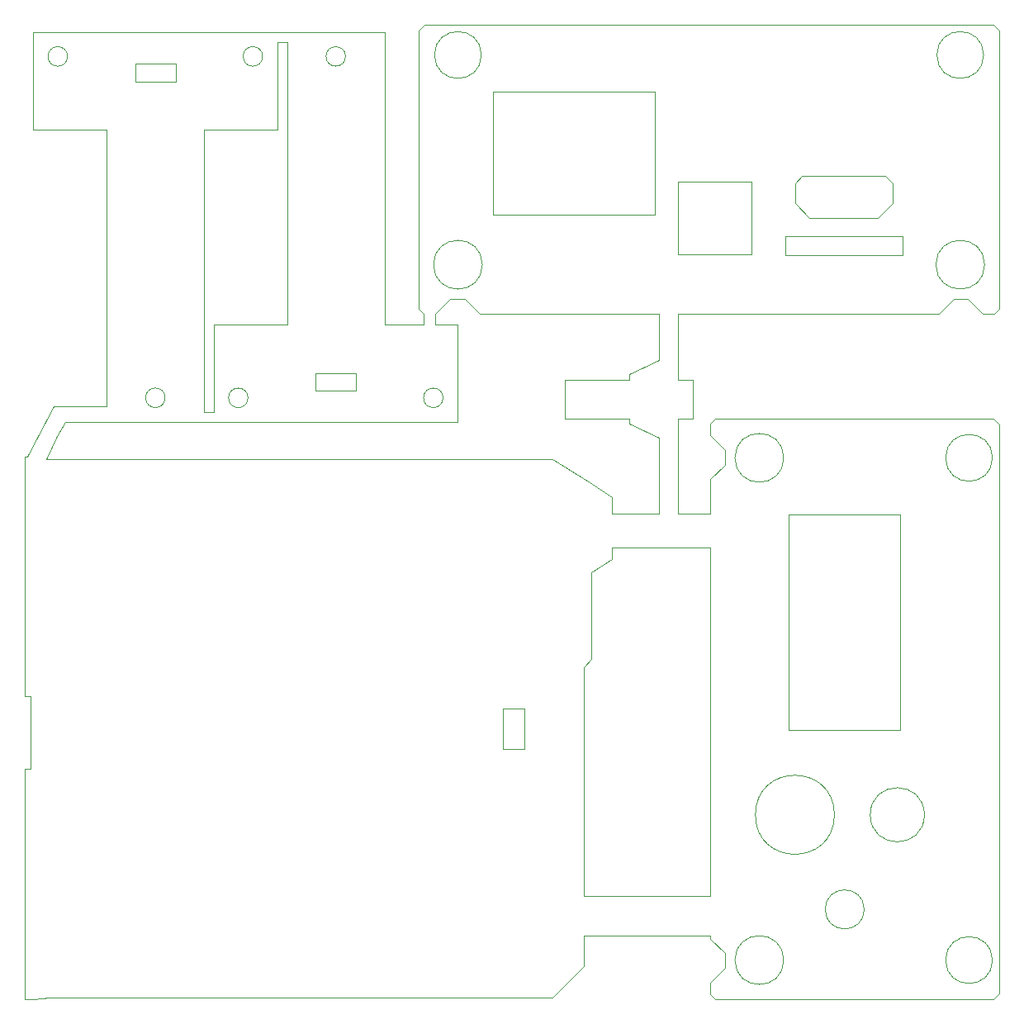
<source format=gbr>
G04 #@! TF.GenerationSoftware,KiCad,Pcbnew,7.0.1-0*
G04 #@! TF.CreationDate,2023-06-29T07:12:14-04:00*
G04 #@! TF.ProjectId,CosmicWatch,436f736d-6963-4576-9174-63682e6b6963,rev?*
G04 #@! TF.SameCoordinates,Original*
G04 #@! TF.FileFunction,Profile,NP*
%FSLAX46Y46*%
G04 Gerber Fmt 4.6, Leading zero omitted, Abs format (unit mm)*
G04 Created by KiCad (PCBNEW 7.0.1-0) date 2023-06-29 07:12:14*
%MOMM*%
%LPD*%
G01*
G04 APERTURE LIST*
G04 #@! TA.AperFunction,Profile*
%ADD10C,0.100000*%
G04 #@! TD*
G04 APERTURE END LIST*
D10*
X172630000Y-129710000D02*
X147480000Y-129710000D01*
X146780000Y-129710000D02*
X142130000Y-129710000D01*
X179130000Y-129710000D02*
X172630000Y-129710000D01*
X180080000Y-129710000D02*
X179130000Y-129710000D01*
X180780000Y-129710000D02*
X180130000Y-129710000D01*
X180130000Y-129710000D02*
X180080000Y-129710000D01*
X147480000Y-129710000D02*
X146780000Y-129710000D01*
X181980000Y-74510000D02*
X142330000Y-74510000D01*
X142130000Y-74510000D02*
X142330000Y-74510000D01*
X181980000Y-74510000D02*
X182980000Y-74510000D01*
X194030000Y-129710000D02*
X180780000Y-129710000D01*
X141130000Y-129860000D02*
X139980000Y-129860000D01*
X141380000Y-129760000D02*
X141130000Y-129860000D01*
X141380000Y-129760000D02*
X142030000Y-129760000D01*
X142030000Y-129760000D02*
X142130000Y-129710000D01*
X182980000Y-74510000D02*
X185180000Y-74510000D01*
X139980000Y-96360000D02*
X139980000Y-80260000D01*
X139980000Y-106260000D02*
X139980000Y-129860000D01*
X139980000Y-80260000D02*
X139980000Y-74260000D01*
X197255000Y-126485000D02*
X194030000Y-129710000D01*
X197255000Y-123310000D02*
X197255000Y-126485000D01*
X197255000Y-123310000D02*
X210280000Y-123310000D01*
X210780000Y-129860000D02*
X239280000Y-129860000D01*
X235130000Y-70360000D02*
X210780000Y-70360000D01*
X229680000Y-80160000D02*
X218280000Y-80160000D01*
X218280000Y-80160000D02*
X218280000Y-102260000D01*
X218280000Y-102260000D02*
X229680000Y-102260000D01*
X229680000Y-102260000D02*
X229680000Y-80160000D01*
X210280000Y-72060000D02*
X211780000Y-73560000D01*
X211780000Y-73560000D02*
X211780000Y-75060000D01*
X210280000Y-128160000D02*
X211780000Y-126660000D01*
X211780000Y-126660000D02*
X211780000Y-125160000D01*
X211780000Y-125160000D02*
X210280000Y-123660000D01*
X210280000Y-70860000D02*
X210280000Y-72060000D01*
X210280000Y-128160000D02*
X210280000Y-129360000D01*
X210280000Y-83560000D02*
X210280000Y-119310000D01*
X226030625Y-120660000D02*
G75*
G03*
X226030625Y-120660000I-2000625J0D01*
G01*
X239280000Y-70360000D02*
X239880000Y-70960000D01*
X239280000Y-129860000D02*
X239880000Y-129260000D01*
X210280000Y-70860000D02*
X210780000Y-70360000D01*
X210780000Y-129860000D02*
X210280000Y-129360000D01*
X194080000Y-74510000D02*
X185180000Y-74510000D01*
X189030000Y-100035000D02*
X191180000Y-100035000D01*
X232207139Y-110960000D02*
G75*
G03*
X232207139Y-110960000I-2777139J0D01*
G01*
X197255000Y-119310000D02*
X197255000Y-95810000D01*
X211780000Y-75060000D02*
X210280000Y-76560000D01*
X200130000Y-84710000D02*
X198080000Y-86110000D01*
X210280000Y-123310000D02*
X210280000Y-123660000D01*
X200130000Y-83560000D02*
X200130000Y-84710000D01*
X189030000Y-104185000D02*
X189030000Y-100035000D01*
X197880000Y-76910000D02*
X200130000Y-78360000D01*
X164355023Y-33208630D02*
G75*
G03*
X164355023Y-33208630I-1000000J0D01*
G01*
X154355023Y-68208630D02*
G75*
G03*
X154355023Y-68208630I-1000000J0D01*
G01*
X148355023Y-55208630D02*
X148355000Y-69085000D01*
X155430000Y-33985000D02*
X155430000Y-35785000D01*
X155430000Y-35785000D02*
X151280000Y-35785000D01*
X151280000Y-35785000D02*
X151280000Y-33985000D01*
X151280000Y-33985000D02*
X155430000Y-33985000D01*
X148355023Y-70708630D02*
X157055023Y-70708630D01*
X159355023Y-70708630D02*
X157055023Y-70708630D01*
X197880000Y-76910000D02*
X194080000Y-74510000D01*
X204955000Y-80110000D02*
X200355000Y-80110000D01*
X200130000Y-83560000D02*
X210280000Y-83560000D01*
X217780000Y-74360000D02*
G75*
G03*
X217780000Y-74360000I-2500000J0D01*
G01*
X239180000Y-74360000D02*
G75*
G03*
X239180000Y-74360000I-2400000J0D01*
G01*
X239180000Y-125860000D02*
G75*
G03*
X239180000Y-125860000I-2400000J0D01*
G01*
X217780000Y-125860000D02*
G75*
G03*
X217780000Y-125860000I-2500000J0D01*
G01*
X139980000Y-98760000D02*
X139980000Y-96360000D01*
X176855023Y-60708630D02*
X176855023Y-30708630D01*
X166855023Y-31708630D02*
X166855023Y-60708630D01*
X172855023Y-33208630D02*
G75*
G03*
X172855023Y-33208630I-1000000J0D01*
G01*
X182855000Y-68208630D02*
G75*
G03*
X182855000Y-68208630I-1000000J0D01*
G01*
X210280000Y-80110000D02*
X210280000Y-76560000D01*
X158355023Y-69708630D02*
X158355023Y-40708630D01*
X185080000Y-58060000D02*
X186580000Y-59560000D01*
X183580000Y-58060000D02*
X185080000Y-58060000D01*
X235180000Y-58060000D02*
X233680000Y-59560000D01*
X180380000Y-30560000D02*
X180380000Y-59060000D01*
X239880000Y-59060000D02*
X239880000Y-30560000D01*
X182080000Y-59560000D02*
X183580000Y-58060000D01*
X238180000Y-59560000D02*
X236680000Y-58060000D01*
X236680000Y-58060000D02*
X235180000Y-58060000D01*
X228930000Y-47160000D02*
X228930000Y-46210000D01*
X228180000Y-45460000D02*
X219680000Y-45460000D01*
X218930000Y-46210000D02*
X218930000Y-48260000D01*
X220430000Y-49760000D02*
X227430000Y-49760000D01*
X228930000Y-48260000D02*
X228930000Y-47160000D01*
X187980000Y-49460000D02*
X204580000Y-49460000D01*
X204580000Y-36860000D02*
X187980000Y-36860000D01*
X187980000Y-36860000D02*
X187980000Y-49460000D01*
X233480000Y-59560000D02*
X206955000Y-59560000D01*
X233680000Y-59560000D02*
X233480000Y-59560000D01*
X180880000Y-59560000D02*
X180880000Y-60710000D01*
X204580000Y-49460000D02*
X204580000Y-36860000D01*
X186580000Y-59560000D02*
X204955000Y-59560000D01*
X239380000Y-59560000D02*
X239880000Y-59060000D01*
X180380000Y-59060000D02*
X180880000Y-59560000D01*
X229930000Y-51610000D02*
X229930000Y-53560000D01*
X229930000Y-53560000D02*
X217930000Y-53560000D01*
X217930000Y-53560000D02*
X217930000Y-51610000D01*
X217930000Y-51610000D02*
X229930000Y-51610000D01*
X180380000Y-30560000D02*
X180980000Y-29960000D01*
X239880000Y-30560000D02*
X239280000Y-29960000D01*
X180980000Y-29960000D02*
X239280000Y-29960000D01*
X220430000Y-49760000D02*
X218930000Y-48260000D01*
X227430000Y-49760000D02*
X228930000Y-48260000D01*
X228930000Y-46210000D02*
X228180000Y-45460000D01*
X218930000Y-46210000D02*
X219680000Y-45460000D01*
X238180000Y-59560000D02*
X239380000Y-59560000D01*
X186780000Y-33060000D02*
G75*
G03*
X186780000Y-33060000I-2400000J0D01*
G01*
X186880000Y-54560000D02*
G75*
G03*
X186880000Y-54560000I-2500000J0D01*
G01*
X238380000Y-54560000D02*
G75*
G03*
X238380000Y-54560000I-2500000J0D01*
G01*
X238280000Y-33060000D02*
G75*
G03*
X238280000Y-33060000I-2400000J0D01*
G01*
X214480000Y-53510000D02*
X206930000Y-53510000D01*
X214480000Y-46010000D02*
X214480000Y-53510000D01*
X214480000Y-46010000D02*
X206930000Y-46010000D01*
X206930000Y-53510000D02*
X206930000Y-46010000D01*
X140230000Y-74260000D02*
X141330000Y-72110000D01*
X195355000Y-70335000D02*
X201955000Y-70335000D01*
X206955000Y-66335000D02*
X206955000Y-59560000D01*
X206955000Y-80110000D02*
X206955000Y-70335000D01*
X206955000Y-70335000D02*
X208430000Y-70335000D01*
X201955000Y-66335000D02*
X201955000Y-65810000D01*
X206955000Y-66335000D02*
X208430000Y-66335000D01*
X201955000Y-66335000D02*
X195330000Y-66335000D01*
X139980000Y-98760000D02*
X140530000Y-98760000D01*
X159355023Y-60708630D02*
X166855023Y-60708630D01*
X201955000Y-70860000D02*
X204955000Y-72335000D01*
X148355023Y-70708630D02*
X144080000Y-70710000D01*
X239130000Y-70360000D02*
X239280000Y-70360000D01*
X142905000Y-69085000D02*
X148355000Y-69085000D01*
X184355023Y-70708630D02*
X159355023Y-70708630D01*
X195330000Y-66335000D02*
X195330000Y-70335000D01*
X148355023Y-30708630D02*
X158355023Y-30708630D01*
X169755000Y-67460000D02*
X169755000Y-65660000D01*
X198630000Y-119290000D02*
X197255000Y-119310000D01*
X198080000Y-86110000D02*
X198080000Y-94960000D01*
X191180000Y-100035000D02*
X191180000Y-104185000D01*
X180880000Y-60710000D02*
X176855023Y-60708630D01*
X159355023Y-69708630D02*
X158355023Y-69708630D01*
X204955000Y-64335000D02*
X204955000Y-59560000D01*
X173905000Y-67460000D02*
X169755000Y-67460000D01*
X204955000Y-80110000D02*
X204955000Y-72335000D01*
X184355023Y-70708630D02*
X184355000Y-60710000D01*
X159355023Y-69708630D02*
X159355023Y-60708630D01*
X148355023Y-40708630D02*
X148355023Y-55208630D01*
X166855023Y-30708630D02*
X176855023Y-30708630D01*
X144355023Y-33208630D02*
G75*
G03*
X144355023Y-33208630I-1000000J0D01*
G01*
X140530000Y-106260000D02*
X139980000Y-106260000D01*
X169755000Y-65660000D02*
X173905000Y-65660000D01*
X165855023Y-40708630D02*
X158355023Y-40708630D01*
X158355023Y-30708630D02*
X166855023Y-30708630D01*
X201955000Y-70335000D02*
X201955000Y-70860000D01*
X165855023Y-31708630D02*
X166855023Y-31708630D01*
X200130000Y-80110000D02*
X200355000Y-80110000D01*
X140530000Y-98760000D02*
X140530000Y-106260000D01*
X195330000Y-70335000D02*
X195355000Y-70335000D01*
X141330000Y-72110000D02*
X142905000Y-69085000D01*
X200130000Y-78360000D02*
X200130000Y-80110000D01*
X235130000Y-70360000D02*
X239130000Y-70360000D01*
X140855023Y-30708630D02*
X140855023Y-40708630D01*
X208430000Y-66335000D02*
X208430000Y-70335000D01*
X239880000Y-70960000D02*
X239880000Y-129260000D01*
X222980309Y-110960000D02*
G75*
G03*
X222980309Y-110960000I-4050309J0D01*
G01*
X162855000Y-68208630D02*
G75*
G03*
X162855000Y-68208630I-1000000J0D01*
G01*
X142130000Y-74510000D02*
X143230000Y-72110000D01*
X206955000Y-80110000D02*
X210280000Y-80110000D01*
X140855023Y-40708630D02*
X148355023Y-40708630D01*
X182080000Y-60710000D02*
X184355000Y-60710000D01*
X191180000Y-104185000D02*
X189030000Y-104185000D01*
X198630000Y-119290000D02*
X210280000Y-119310000D01*
X182080000Y-59560000D02*
X182080000Y-60710000D01*
X198080000Y-94960000D02*
X197255000Y-95810000D01*
X148355023Y-30708630D02*
X140855023Y-30708630D01*
X201955000Y-65810000D02*
X204955000Y-64335000D01*
X165855023Y-40708630D02*
X165855023Y-31708630D01*
X173905000Y-65660000D02*
X173905000Y-67460000D01*
X140230000Y-74260000D02*
X139980000Y-74260000D01*
X144080000Y-70710000D02*
X143230000Y-72110000D01*
M02*

</source>
